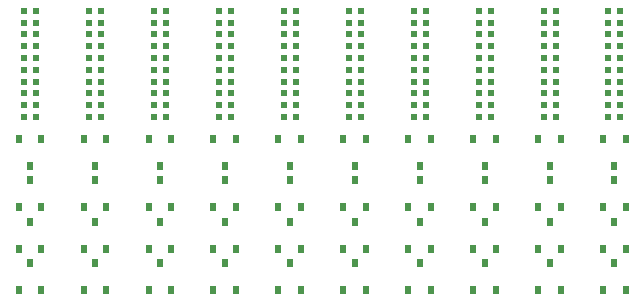
<source format=gtp>
G04*
G04 #@! TF.GenerationSoftware,Altium Limited,Altium Designer,18.1.7 (191)*
G04*
G04 Layer_Color=8421504*
%FSLAX44Y44*%
%MOMM*%
G71*
G01*
G75*
%ADD13R,0.5500X0.8000*%
%ADD14R,0.6000X0.6000*%
D13*
X1765000Y1346500D02*
D03*
X1774500Y1323500D02*
D03*
X1755500D02*
D03*
X1765000Y1311500D02*
D03*
X1774500Y1288500D02*
D03*
X1755500D02*
D03*
X1765000Y1393500D02*
D03*
X1755500Y1416500D02*
D03*
X1774500D02*
D03*
X1765000Y1381500D02*
D03*
X1774500Y1358500D02*
D03*
X1755500D02*
D03*
X1710000Y1346500D02*
D03*
X1719500Y1323500D02*
D03*
X1700500D02*
D03*
X1710000Y1311500D02*
D03*
X1719500Y1288500D02*
D03*
X1700500D02*
D03*
X1710000Y1393500D02*
D03*
X1700500Y1416500D02*
D03*
X1719500D02*
D03*
X1710000Y1381500D02*
D03*
X1719500Y1358500D02*
D03*
X1700500D02*
D03*
X1655000Y1346500D02*
D03*
X1664500Y1323500D02*
D03*
X1645500D02*
D03*
X1655000Y1311500D02*
D03*
X1664500Y1288500D02*
D03*
X1645500D02*
D03*
X1655000Y1393500D02*
D03*
X1645500Y1416500D02*
D03*
X1664500D02*
D03*
X1655000Y1381500D02*
D03*
X1664500Y1358500D02*
D03*
X1645500D02*
D03*
X1600000Y1346500D02*
D03*
X1609500Y1323500D02*
D03*
X1590500D02*
D03*
X1600000Y1311500D02*
D03*
X1609500Y1288500D02*
D03*
X1590500D02*
D03*
X1600000Y1393500D02*
D03*
X1590500Y1416500D02*
D03*
X1609500D02*
D03*
X1600000Y1381500D02*
D03*
X1609500Y1358500D02*
D03*
X1590500D02*
D03*
X1545000Y1381500D02*
D03*
X1554500Y1358500D02*
D03*
X1535500D02*
D03*
X1545000Y1393500D02*
D03*
X1535500Y1416500D02*
D03*
X1554500D02*
D03*
X1545000Y1311500D02*
D03*
X1554500Y1288500D02*
D03*
X1535500D02*
D03*
X1545000Y1346500D02*
D03*
X1554500Y1323500D02*
D03*
X1535500D02*
D03*
X1490000Y1393500D02*
D03*
X1480500Y1416500D02*
D03*
X1499500D02*
D03*
X1490000Y1311500D02*
D03*
X1499500Y1288500D02*
D03*
X1480500D02*
D03*
X1490000Y1381500D02*
D03*
X1499500Y1358500D02*
D03*
X1480500D02*
D03*
X1490000Y1346500D02*
D03*
X1499500Y1323500D02*
D03*
X1480500D02*
D03*
X1435000Y1393500D02*
D03*
X1425500Y1416500D02*
D03*
X1444500D02*
D03*
X1435000Y1311500D02*
D03*
X1444500Y1288500D02*
D03*
X1425500D02*
D03*
X1435000Y1381500D02*
D03*
X1444500Y1358500D02*
D03*
X1425500D02*
D03*
X1435000Y1346500D02*
D03*
X1444500Y1323500D02*
D03*
X1425500D02*
D03*
X1380000Y1346500D02*
D03*
X1389500Y1323500D02*
D03*
X1370500D02*
D03*
X1380000Y1381500D02*
D03*
X1389500Y1358500D02*
D03*
X1370500D02*
D03*
X1380000Y1311500D02*
D03*
X1389500Y1288500D02*
D03*
X1370500D02*
D03*
X1380000Y1393500D02*
D03*
X1370500Y1416500D02*
D03*
X1389500D02*
D03*
X1325000Y1346500D02*
D03*
X1334500Y1323500D02*
D03*
X1315500D02*
D03*
X1325000Y1381500D02*
D03*
X1334500Y1358500D02*
D03*
X1315500D02*
D03*
X1325000Y1311500D02*
D03*
X1334500Y1288500D02*
D03*
X1315500D02*
D03*
X1325000Y1393500D02*
D03*
X1315500Y1416500D02*
D03*
X1334500D02*
D03*
X1270000Y1381500D02*
D03*
X1279500Y1358500D02*
D03*
X1260500D02*
D03*
X1270000Y1393500D02*
D03*
X1260500Y1416500D02*
D03*
X1279500D02*
D03*
X1270000Y1346500D02*
D03*
X1279500Y1323500D02*
D03*
X1260500D02*
D03*
X1270000Y1311500D02*
D03*
X1279500Y1288500D02*
D03*
X1260500D02*
D03*
D14*
X1759920Y1525000D02*
D03*
X1770080D02*
D03*
X1759920Y1515000D02*
D03*
X1770080D02*
D03*
X1759920Y1505000D02*
D03*
X1770080D02*
D03*
X1759920Y1495000D02*
D03*
X1770080D02*
D03*
X1759920Y1485000D02*
D03*
X1770080D02*
D03*
X1759920Y1475000D02*
D03*
X1770080D02*
D03*
X1759920Y1465000D02*
D03*
X1770080D02*
D03*
X1759920Y1455000D02*
D03*
X1770080D02*
D03*
X1759920Y1445000D02*
D03*
X1770080D02*
D03*
X1759920Y1435000D02*
D03*
X1770080D02*
D03*
X1704920D02*
D03*
X1715080D02*
D03*
X1704920Y1525000D02*
D03*
X1715080D02*
D03*
X1704920Y1515000D02*
D03*
X1715080D02*
D03*
X1704920Y1505000D02*
D03*
X1715080D02*
D03*
X1704920Y1495000D02*
D03*
X1715080D02*
D03*
X1704920Y1485000D02*
D03*
X1715080D02*
D03*
X1704920Y1475000D02*
D03*
X1715080D02*
D03*
X1704920Y1465000D02*
D03*
X1715080D02*
D03*
X1704920Y1455000D02*
D03*
X1715080D02*
D03*
X1704920Y1445000D02*
D03*
X1715080D02*
D03*
X1649920Y1525000D02*
D03*
X1660080D02*
D03*
X1649920Y1515000D02*
D03*
X1660080D02*
D03*
X1649920Y1505000D02*
D03*
X1660080D02*
D03*
X1649920Y1495000D02*
D03*
X1660080D02*
D03*
X1649920Y1485000D02*
D03*
X1660080D02*
D03*
X1649920Y1475000D02*
D03*
X1660080D02*
D03*
X1649920Y1465000D02*
D03*
X1660080D02*
D03*
X1649920Y1455000D02*
D03*
X1660080D02*
D03*
X1649920Y1445000D02*
D03*
X1660080D02*
D03*
X1649920Y1435000D02*
D03*
X1660080D02*
D03*
X1594920Y1525000D02*
D03*
X1605080D02*
D03*
X1594920Y1515000D02*
D03*
X1605080D02*
D03*
X1594920Y1505000D02*
D03*
X1605080D02*
D03*
X1594920Y1495000D02*
D03*
X1605080D02*
D03*
X1594920Y1485000D02*
D03*
X1605080D02*
D03*
X1594920Y1475000D02*
D03*
X1605080D02*
D03*
X1594920Y1465000D02*
D03*
X1605080D02*
D03*
X1594920Y1455000D02*
D03*
X1605080D02*
D03*
X1594920Y1445000D02*
D03*
X1605080D02*
D03*
X1594920Y1435000D02*
D03*
X1605080D02*
D03*
X1539920D02*
D03*
X1550080D02*
D03*
X1539920Y1445000D02*
D03*
X1550080D02*
D03*
X1539920Y1455000D02*
D03*
X1550080D02*
D03*
X1539920Y1465000D02*
D03*
X1550080D02*
D03*
X1539920Y1475000D02*
D03*
X1550080D02*
D03*
X1539920Y1485000D02*
D03*
X1550080D02*
D03*
X1539920Y1495000D02*
D03*
X1550080D02*
D03*
X1539920Y1505000D02*
D03*
X1550080D02*
D03*
X1539920Y1515000D02*
D03*
X1550080D02*
D03*
X1539920Y1525000D02*
D03*
X1550080D02*
D03*
X1484920D02*
D03*
X1495080D02*
D03*
X1484920Y1515000D02*
D03*
X1495080D02*
D03*
X1484920Y1485000D02*
D03*
X1495080D02*
D03*
X1484920Y1495000D02*
D03*
X1495080D02*
D03*
X1484920Y1505000D02*
D03*
X1495080D02*
D03*
X1484920Y1435000D02*
D03*
X1495080D02*
D03*
X1484920Y1475000D02*
D03*
X1495080D02*
D03*
X1484920Y1465000D02*
D03*
X1495080D02*
D03*
X1484920Y1455000D02*
D03*
X1495080D02*
D03*
X1484920Y1445000D02*
D03*
X1495080D02*
D03*
X1429920Y1525000D02*
D03*
X1440080D02*
D03*
X1429920Y1515000D02*
D03*
X1440080D02*
D03*
X1429920Y1485000D02*
D03*
X1440080D02*
D03*
X1429920Y1495000D02*
D03*
X1440080D02*
D03*
X1429920Y1505000D02*
D03*
X1440080D02*
D03*
X1429920Y1435000D02*
D03*
X1440080D02*
D03*
X1429920Y1475000D02*
D03*
X1440080D02*
D03*
X1429920Y1465000D02*
D03*
X1440080D02*
D03*
X1429920Y1455000D02*
D03*
X1440080D02*
D03*
X1429920Y1445000D02*
D03*
X1440080D02*
D03*
X1374920D02*
D03*
X1385080D02*
D03*
X1374920Y1455000D02*
D03*
X1385080D02*
D03*
X1374920Y1465000D02*
D03*
X1385080D02*
D03*
X1374920Y1475000D02*
D03*
X1385080D02*
D03*
X1374920Y1435000D02*
D03*
X1385080D02*
D03*
X1374920Y1505000D02*
D03*
X1385080D02*
D03*
X1374920Y1495000D02*
D03*
X1385080D02*
D03*
X1374920Y1485000D02*
D03*
X1385080D02*
D03*
X1374920Y1515000D02*
D03*
X1385080D02*
D03*
X1374920Y1525000D02*
D03*
X1385080D02*
D03*
X1319920D02*
D03*
X1330080D02*
D03*
X1319920Y1445000D02*
D03*
X1330080D02*
D03*
X1319920Y1455000D02*
D03*
X1330080D02*
D03*
X1319920Y1465000D02*
D03*
X1330080D02*
D03*
X1319920Y1475000D02*
D03*
X1330080D02*
D03*
X1319920Y1435000D02*
D03*
X1330080D02*
D03*
X1319920Y1505000D02*
D03*
X1330080D02*
D03*
X1319920Y1495000D02*
D03*
X1330080D02*
D03*
X1319920Y1485000D02*
D03*
X1330080D02*
D03*
X1319920Y1515000D02*
D03*
X1330080D02*
D03*
X1264920D02*
D03*
X1275080D02*
D03*
X1264920Y1525000D02*
D03*
X1275080D02*
D03*
X1264920Y1435000D02*
D03*
X1275080D02*
D03*
X1264920Y1445000D02*
D03*
X1275080D02*
D03*
X1264920Y1455000D02*
D03*
X1275080D02*
D03*
X1264920Y1465000D02*
D03*
X1275080D02*
D03*
X1264920Y1475000D02*
D03*
X1275080D02*
D03*
X1264920Y1485000D02*
D03*
X1275080D02*
D03*
X1264920Y1495000D02*
D03*
X1275080D02*
D03*
X1264920Y1505000D02*
D03*
X1275080D02*
D03*
M02*

</source>
